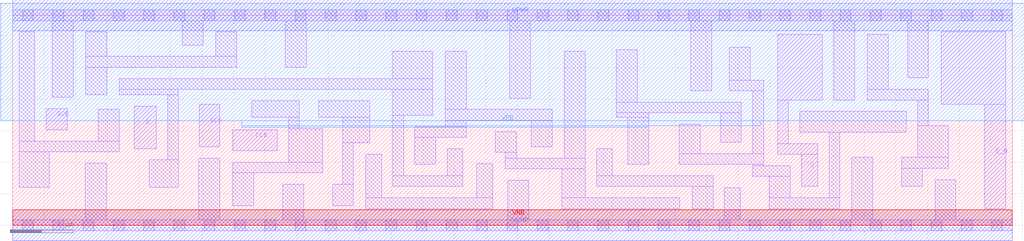
<source format=lef>
# Copyright 2020 The SkyWater PDK Authors
#
# Licensed under the Apache License, Version 2.0 (the "License");
# you may not use this file except in compliance with the License.
# You may obtain a copy of the License at
#
#     https://www.apache.org/licenses/LICENSE-2.0
#
# Unless required by applicable law or agreed to in writing, software
# distributed under the License is distributed on an "AS IS" BASIS,
# WITHOUT WARRANTIES OR CONDITIONS OF ANY KIND, either express or implied.
# See the License for the specific language governing permissions and
# limitations under the License.
#
# SPDX-License-Identifier: Apache-2.0

VERSION 5.7 ;
  NOWIREEXTENSIONATPIN ON ;
  DIVIDERCHAR "/" ;
  BUSBITCHARS "[]" ;
MACRO sky130_fd_sc_lp__sdfxbp_lp
  CLASS CORE ;
  FOREIGN sky130_fd_sc_lp__sdfxbp_lp ;
  ORIGIN  0.000000  0.000000 ;
  SIZE  15.84000 BY  3.330000 ;
  SYMMETRY X Y R90 ;
  SITE unit ;
  PIN D
    ANTENNAGATEAREA  0.313000 ;
    DIRECTION INPUT ;
    USE SIGNAL ;
    PORT
      LAYER li1 ;
        RECT 1.925000 1.215000 2.275000 1.885000 ;
    END
  END D
  PIN Q
    ANTENNADIFFAREA  0.396300 ;
    DIRECTION OUTPUT ;
    USE SIGNAL ;
    PORT
      LAYER li1 ;
        RECT 12.125000 1.125000 12.760000 1.295000 ;
        RECT 12.125000 1.295000 12.295000 1.985000 ;
        RECT 12.125000 1.985000 12.835000 3.025000 ;
        RECT 12.510000 0.615000 12.760000 1.125000 ;
    END
  END Q
  PIN Q_N
    ANTENNADIFFAREA  0.398400 ;
    DIRECTION OUTPUT ;
    USE SIGNAL ;
    PORT
      LAYER li1 ;
        RECT 14.715000 1.920000 15.740000 3.065000 ;
        RECT 15.410000 0.265000 15.740000 1.920000 ;
    END
  END Q_N
  PIN SCD
    ANTENNAGATEAREA  0.313000 ;
    DIRECTION INPUT ;
    USE SIGNAL ;
    PORT
      LAYER li1 ;
        RECT 2.955000 1.245000 3.285000 1.915000 ;
    END
  END SCD
  PIN SCE
    ANTENNAGATEAREA  0.689000 ;
    DIRECTION INPUT ;
    USE SIGNAL ;
    PORT
      LAYER li1 ;
        RECT 0.530000 1.515000 0.860000 1.845000 ;
    END
  END SCE
  PIN CLK
    ANTENNAGATEAREA  0.376000 ;
    DIRECTION INPUT ;
    USE CLOCK ;
    PORT
      LAYER li1 ;
        RECT 3.485000 1.180000 4.195000 1.510000 ;
    END
  END CLK
  PIN VGND
    DIRECTION INOUT ;
    USE GROUND ;
    PORT
      LAYER met1 ;
        RECT 0.000000 -0.245000 15.840000 0.245000 ;
    END
  END VGND
  PIN VNB
    DIRECTION INOUT ;
    USE GROUND ;
    PORT
      LAYER pwell ;
        RECT 0.000000 0.000000 15.840000 0.245000 ;
    END
  END VNB
  PIN VPB
    DIRECTION INOUT ;
    USE POWER ;
    PORT
      LAYER nwell ;
        RECT -0.190000 1.655000 16.030000 3.520000 ;
        RECT  3.630000 1.555000 10.055000 1.580000 ;
        RECT  3.630000 1.580000 11.850000 1.655000 ;
    END
  END VPB
  PIN VPWR
    DIRECTION INOUT ;
    USE POWER ;
    PORT
      LAYER met1 ;
        RECT 0.000000 3.085000 15.840000 3.575000 ;
    END
  END VPWR
  OBS
    LAYER li1 ;
      RECT  0.000000 -0.085000 15.840000 0.085000 ;
      RECT  0.000000  3.245000 15.840000 3.415000 ;
      RECT  0.100000  0.605000  0.580000 1.165000 ;
      RECT  0.100000  1.165000  1.685000 1.335000 ;
      RECT  0.100000  1.335000  0.350000 3.065000 ;
      RECT  0.630000  2.025000  0.960000 3.245000 ;
      RECT  1.150000  0.085000  1.480000 0.985000 ;
      RECT  1.160000  2.065000  1.490000 2.505000 ;
      RECT  1.160000  2.505000  3.550000 2.675000 ;
      RECT  1.160000  2.675000  1.490000 3.065000 ;
      RECT  1.355000  1.335000  1.685000 1.835000 ;
      RECT  1.690000  2.065000  2.625000 2.155000 ;
      RECT  1.690000  2.155000  6.655000 2.325000 ;
      RECT  2.160000  0.605000  2.625000 1.035000 ;
      RECT  2.455000  1.035000  2.625000 2.065000 ;
      RECT  2.690000  2.855000  3.020000 3.245000 ;
      RECT  2.950000  0.085000  3.280000 1.065000 ;
      RECT  3.220000  2.675000  3.550000 3.065000 ;
      RECT  3.490000  0.310000  3.820000 0.830000 ;
      RECT  3.490000  0.830000  4.910000 1.000000 ;
      RECT  3.790000  1.715000  4.545000 1.975000 ;
      RECT  4.280000  0.085000  4.610000 0.650000 ;
      RECT  4.320000  2.505000  4.650000 3.245000 ;
      RECT  4.375000  1.000000  4.910000 1.530000 ;
      RECT  4.375000  1.530000  4.545000 1.715000 ;
      RECT  4.850000  1.715000  5.660000 1.975000 ;
      RECT  5.070000  0.310000  5.400000 0.650000 ;
      RECT  5.230000  0.650000  5.400000 1.305000 ;
      RECT  5.230000  1.305000  5.660000 1.715000 ;
      RECT  5.595000  0.265000  7.605000 0.435000 ;
      RECT  5.595000  0.435000  5.845000 1.125000 ;
      RECT  6.025000  0.615000  7.135000 0.785000 ;
      RECT  6.025000  0.785000  6.195000 1.745000 ;
      RECT  6.025000  1.745000  6.655000 2.155000 ;
      RECT  6.025000  2.325000  6.655000 2.755000 ;
      RECT  6.375000  0.965000  6.705000 1.395000 ;
      RECT  6.375000  1.395000  7.185000 1.565000 ;
      RECT  6.855000  1.565000  7.185000 1.665000 ;
      RECT  6.855000  1.665000  8.550000 1.835000 ;
      RECT  6.855000  1.835000  7.185000 2.755000 ;
      RECT  6.885000  0.785000  7.135000 1.215000 ;
      RECT  7.355000  0.435000  7.605000 0.975000 ;
      RECT  7.650000  1.155000  7.980000 1.485000 ;
      RECT  7.810000  0.895000  9.075000 1.065000 ;
      RECT  7.810000  1.065000  7.980000 1.155000 ;
      RECT  7.850000  0.085000  8.180000 0.715000 ;
      RECT  7.875000  2.015000  8.205000 3.245000 ;
      RECT  8.220000  1.245000  8.550000 1.665000 ;
      RECT  8.705000  0.265000 10.575000 0.435000 ;
      RECT  8.705000  0.435000  9.075000 0.895000 ;
      RECT  8.745000  1.065000  9.075000 2.755000 ;
      RECT  9.255000  0.615000 11.100000 0.785000 ;
      RECT  9.255000  0.785000  9.505000 1.215000 ;
      RECT  9.565000  1.715000 10.080000 1.780000 ;
      RECT  9.565000  1.780000 11.550000 1.950000 ;
      RECT  9.565000  1.950000  9.895000 2.780000 ;
      RECT  9.750000  0.965000 10.080000 1.715000 ;
      RECT 10.565000  0.965000 11.900000 1.135000 ;
      RECT 10.565000  1.135000 10.895000 1.600000 ;
      RECT 10.750000  2.130000 11.080000 3.245000 ;
      RECT 10.770000  0.265000 11.100000 0.615000 ;
      RECT 11.220000  1.315000 11.550000 1.780000 ;
      RECT 11.280000  0.085000 11.530000 0.595000 ;
      RECT 11.360000  2.130000 11.900000 2.300000 ;
      RECT 11.360000  2.300000 11.690000 2.825000 ;
      RECT 11.730000  0.775000 12.320000 0.945000 ;
      RECT 11.730000  0.945000 11.900000 0.965000 ;
      RECT 11.730000  1.135000 11.900000 2.130000 ;
      RECT 11.990000  0.265000 13.110000 0.435000 ;
      RECT 11.990000  0.435000 12.320000 0.775000 ;
      RECT 12.475000  1.475000 14.165000 1.805000 ;
      RECT 12.940000  0.435000 13.110000 1.475000 ;
      RECT 13.015000  1.985000 13.345000 3.245000 ;
      RECT 13.300000  0.085000 13.630000 1.075000 ;
      RECT 13.545000  1.985000 14.515000 2.155000 ;
      RECT 13.545000  2.155000 13.875000 3.025000 ;
      RECT 14.090000  0.615000 14.420000 0.905000 ;
      RECT 14.090000  0.905000 14.825000 1.075000 ;
      RECT 14.185000  2.335000 14.515000 3.245000 ;
      RECT 14.345000  1.075000 14.825000 1.575000 ;
      RECT 14.345000  1.575000 14.515000 1.985000 ;
      RECT 14.620000  0.085000 14.950000 0.725000 ;
    LAYER mcon ;
      RECT  0.155000 -0.085000  0.325000 0.085000 ;
      RECT  0.155000  3.245000  0.325000 3.415000 ;
      RECT  0.635000 -0.085000  0.805000 0.085000 ;
      RECT  0.635000  3.245000  0.805000 3.415000 ;
      RECT  1.115000 -0.085000  1.285000 0.085000 ;
      RECT  1.115000  3.245000  1.285000 3.415000 ;
      RECT  1.595000 -0.085000  1.765000 0.085000 ;
      RECT  1.595000  3.245000  1.765000 3.415000 ;
      RECT  2.075000 -0.085000  2.245000 0.085000 ;
      RECT  2.075000  3.245000  2.245000 3.415000 ;
      RECT  2.555000 -0.085000  2.725000 0.085000 ;
      RECT  2.555000  3.245000  2.725000 3.415000 ;
      RECT  3.035000 -0.085000  3.205000 0.085000 ;
      RECT  3.035000  3.245000  3.205000 3.415000 ;
      RECT  3.515000 -0.085000  3.685000 0.085000 ;
      RECT  3.515000  3.245000  3.685000 3.415000 ;
      RECT  3.995000 -0.085000  4.165000 0.085000 ;
      RECT  3.995000  3.245000  4.165000 3.415000 ;
      RECT  4.475000 -0.085000  4.645000 0.085000 ;
      RECT  4.475000  3.245000  4.645000 3.415000 ;
      RECT  4.955000 -0.085000  5.125000 0.085000 ;
      RECT  4.955000  3.245000  5.125000 3.415000 ;
      RECT  5.435000 -0.085000  5.605000 0.085000 ;
      RECT  5.435000  3.245000  5.605000 3.415000 ;
      RECT  5.915000 -0.085000  6.085000 0.085000 ;
      RECT  5.915000  3.245000  6.085000 3.415000 ;
      RECT  6.395000 -0.085000  6.565000 0.085000 ;
      RECT  6.395000  3.245000  6.565000 3.415000 ;
      RECT  6.875000 -0.085000  7.045000 0.085000 ;
      RECT  6.875000  3.245000  7.045000 3.415000 ;
      RECT  7.355000 -0.085000  7.525000 0.085000 ;
      RECT  7.355000  3.245000  7.525000 3.415000 ;
      RECT  7.835000 -0.085000  8.005000 0.085000 ;
      RECT  7.835000  3.245000  8.005000 3.415000 ;
      RECT  8.315000 -0.085000  8.485000 0.085000 ;
      RECT  8.315000  3.245000  8.485000 3.415000 ;
      RECT  8.795000 -0.085000  8.965000 0.085000 ;
      RECT  8.795000  3.245000  8.965000 3.415000 ;
      RECT  9.275000 -0.085000  9.445000 0.085000 ;
      RECT  9.275000  3.245000  9.445000 3.415000 ;
      RECT  9.755000 -0.085000  9.925000 0.085000 ;
      RECT  9.755000  3.245000  9.925000 3.415000 ;
      RECT 10.235000 -0.085000 10.405000 0.085000 ;
      RECT 10.235000  3.245000 10.405000 3.415000 ;
      RECT 10.715000 -0.085000 10.885000 0.085000 ;
      RECT 10.715000  3.245000 10.885000 3.415000 ;
      RECT 11.195000 -0.085000 11.365000 0.085000 ;
      RECT 11.195000  3.245000 11.365000 3.415000 ;
      RECT 11.675000 -0.085000 11.845000 0.085000 ;
      RECT 11.675000  3.245000 11.845000 3.415000 ;
      RECT 12.155000 -0.085000 12.325000 0.085000 ;
      RECT 12.155000  3.245000 12.325000 3.415000 ;
      RECT 12.635000 -0.085000 12.805000 0.085000 ;
      RECT 12.635000  3.245000 12.805000 3.415000 ;
      RECT 13.115000 -0.085000 13.285000 0.085000 ;
      RECT 13.115000  3.245000 13.285000 3.415000 ;
      RECT 13.595000 -0.085000 13.765000 0.085000 ;
      RECT 13.595000  3.245000 13.765000 3.415000 ;
      RECT 14.075000 -0.085000 14.245000 0.085000 ;
      RECT 14.075000  3.245000 14.245000 3.415000 ;
      RECT 14.555000 -0.085000 14.725000 0.085000 ;
      RECT 14.555000  3.245000 14.725000 3.415000 ;
      RECT 15.035000 -0.085000 15.205000 0.085000 ;
      RECT 15.035000  3.245000 15.205000 3.415000 ;
      RECT 15.515000 -0.085000 15.685000 0.085000 ;
      RECT 15.515000  3.245000 15.685000 3.415000 ;
  END
END sky130_fd_sc_lp__sdfxbp_lp
END LIBRARY

</source>
